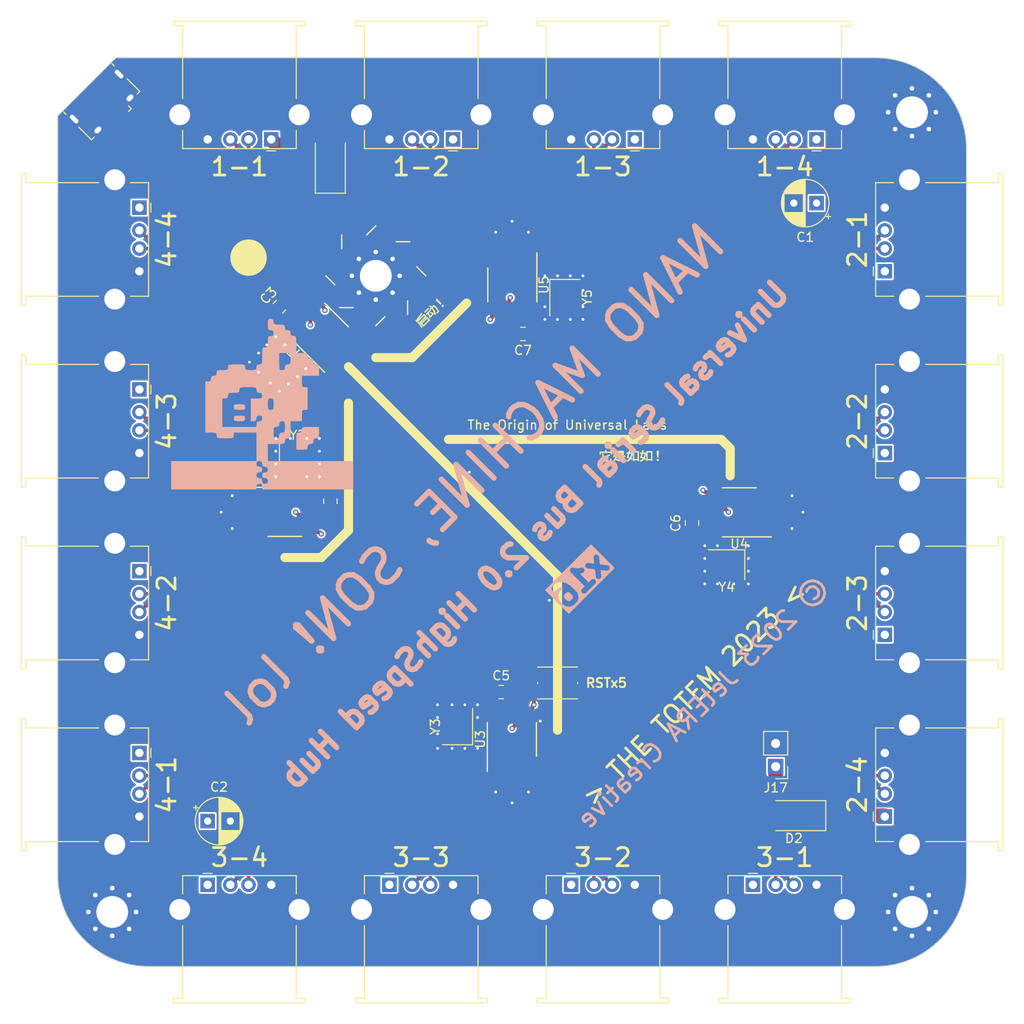
<source format=kicad_pcb>
(kicad_pcb (version 20221018) (generator pcbnew)
  (title_block (title "USB 2.0 HighSpeed x16 Hub") (date "2023-12-24") (rev "1.0") (company "JetERA Creative") (comment 1 "https://creativecommons.org/licenses/by-sa/4.0/legalcode.en") (comment 2 "Use of this PCB design is governed under the CC BY-SA 4.0 International license."))
  (layers (0 "F.Cu" signal) (1 "In1.Cu" signal) (2 "In2.Cu" signal) (31 "B.Cu" signal) (34 "B.Paste" user) (35 "F.Paste" user) (36 "B.SilkS" user "B.Silkscreen") (37 "F.SilkS" user "F.Silkscreen") (38 "B.Mask" user) (39 "F.Mask" user) (44 "Edge.Cuts" user))
  (net 0 "")
  (net 1 "+5V")
  (net 2 "GND")
  (net 3 "Net-(U1-3V3)")
  (net 4 "Net-(U2-3V3)")
  (net 5 "Net-(U3-3V3)")
  (net 6 "Net-(U4-3V3)")
  (net 7 "Net-(U5-3V3)")
  (net 8 "Net-(J1-D-)")
  (net 9 "Net-(J1-D+)")
  (net 10 "Net-(J2-D-)")
  (net 11 "Net-(J2-D+)")
  (net 12 "Net-(J3-D-)")
  (net 13 "Net-(J3-D+)")
  (net 14 "Net-(J4-D-)")
  (net 15 "Net-(J4-D+)")
  (net 16 "Net-(J6-D-)")
  (net 17 "Net-(J6-D+)")
  (net 18 "Net-(J7-D-)")
  (net 19 "Net-(J7-D+)")
  (net 20 "Net-(J8-D-)")
  (net 21 "Net-(J8-D+)")
  (net 22 "Net-(J9-D-)")
  (net 23 "Net-(J9-D+)")
  (net 24 "Net-(J10-D-)")
  (net 25 "Net-(J10-D+)")
  (net 26 "Net-(J11-D-)")
  (net 27 "Net-(J11-D+)")
  (net 28 "Net-(J12-D-)")
  (net 29 "Net-(J12-D+)")
  (net 30 "Net-(J13-D-)")
  (net 31 "Net-(J13-D+)")
  (net 32 "Net-(J14-D-)")
  (net 33 "Net-(J14-D+)")
  (net 34 "Net-(J15-D-)")
  (net 35 "Net-(J15-D+)")
  (net 36 "Net-(J16-D-)")
  (net 37 "Net-(J16-D+)")
  (net 38 "Net-(U1-XO)")
  (net 39 "Net-(U1-XI)")
  (net 40 "Net-(U2-XO)")
  (net 41 "Net-(U2-XI)")
  (net 42 "Net-(U3-XO)")
  (net 43 "Net-(U3-XI)")
  (net 44 "Net-(U4-XO)")
  (net 45 "Net-(U4-XI)")
  (net 46 "Net-(U5-XO)")
  (net 47 "Net-(U5-XI)")
  (net 48 "Net-(D1-A)")
  (net 49 "Net-(J5-D+)")
  (net 50 "Net-(J5-D-)")
  (net 51 "Net-(U1-D4-)")
  (net 52 "Net-(U1-D4+)")
  (net 53 "Net-(U1-D3-)")
  (net 54 "Net-(U1-D3+)")
  (net 55 "Net-(U1-D2-)")
  (net 56 "Net-(U1-D2+)")
  (net 57 "Net-(U1-D1-)")
  (net 58 "Net-(U1-D1+)")
  (net 59 "Net-(D2-A)")
  (net 60 "RST")
  (net 62 "Net-(J18-D+)")
  (net 63 "Net-(J18-D-)")
  (footprint "Capacitor_SMD:C_0805_2012Metric" (layer "F.Cu") (at 98.8 119.8 180)
    (fp_text reference "C5")
    (fp_text value "4.7uF")
  )
  (footprint "Capacitor_THT:CP_Radial_D5.0mm_P2.50mm" (layer "F.Cu") (at 66.5 134)
    (fp_text reference "C2")
    (fp_text value "270uF")
  )
  (footprint "Capacitor_SMD:C_0805_2012Metric" (layer "F.Cu") (at 74.4 77.4 -135)
    (fp_text reference "C3")
    (fp_text value "4.7uF")
  )
  (footprint "Capacitor_SMD:C_0805_2012Metric" (layer "F.Cu") (at 119.8 101.2 -90)
    (fp_text reference "C6")
    (fp_text value "4.7uF")
  )
  (footprint "Connector_USB:USB_A_Stewart_SS-52100-001_Horizontal" (layer "F.Cu") (at 126.5 141.01)
    (fp_text reference "J5" hide)
    (fp_text value "USB_A")
  )
  (footprint "Package_SO:QSOP-16_3.9x4.9mm_P0.635mm" (layer "F.Cu") (at 100 75 -90)
    (fp_text reference "U5")
    (fp_text value "CH334R")
  )
  (footprint "Connector_USB:USB_A_Stewart_SS-52100-001_Horizontal" (layer "F.Cu") (at 106.5 141.01)
    (fp_text reference "J6" hide)
    (fp_text value "USB_A")
  )
  (footprint "Crystal:Crystal_SMD_3225-4Pin_3.2x2.5mm" (layer "F.Cu") (at 123.6 105.8 180)
    (fp_text reference "Y4")
    (fp_text value "Crystal_GND24_Small")
  )
  (footprint "Connector_USB:USB_A_Stewart_SS-52100-001_Horizontal" (layer "F.Cu") (at 141.01 73.5 90)
    (fp_text reference "J9" hide)
    (fp_text value "USB_A")
  )
  (footprint "MountingHole:MountingHole_3.5mm_Pad_Via" (layer "F.Cu") (at 144 56)
    (fp_text reference "H1" hide)
    (fp_text value "MountingHole_Pad")
  )
  (footprint "Package_SO:QSOP-16_3.9x4.9mm_P0.635mm" (layer "F.Cu") (at 78.8 80.2 135)
    (fp_text reference "U1")
    (fp_text value "CH334R")
  )
  (footprint "Button_Switch_SMD:SW_Push_1P1T_NO_Vertical_Wuerth_434133025816" (layer "F.Cu") (at 105 118.8 180)
    (fp_text reference "SW1" hide)
    (fp_text value "SW_Push")
  )
  (footprint "Connector_USB:USB_A_Stewart_SS-52100-001_Horizontal" (layer "F.Cu") (at 58.99 106.5 -90)
    (fp_text reference "J2" hide)
    (fp_text value "USB_A")
  )
  (footprint "Connector_USB:USB_A_Stewart_SS-52100-001_Horizontal" (layer "F.Cu") (at 73.5 58.99 180)
    (fp_text reference "J13" hide)
    (fp_text value "USB_A")
  )
  (footprint "Connector_USB:USB_A_Stewart_SS-52100-001_Horizontal" (layer "F.Cu") (at 58.99 66.5 -90)
    (fp_text reference "J4" hide)
    (fp_text value "USB_A")
  )
  (footprint "Connector_USB:USB_A_Stewart_SS-52100-001_Horizontal" (layer "F.Cu") (at 58.99 126.5 -90)
    (fp_text reference "J1" hide)
    (fp_text value "USB_A")
  )
  (footprint "Connector_USB:USB_A_Stewart_SS-52100-001_Horizontal" (layer "F.Cu") (at 141.01 133.5 90)
    (fp_text reference "J12" hide)
    (fp_text value "USB_A")
  )
  (footprint "Connector_USB:USB_A_Stewart_SS-52100-001_Horizontal" (layer "F.Cu") (at 93.5 58.99 180)
    (fp_text reference "J14" hide)
    (fp_text value "USB_A")
  )
  (footprint "Crystal:Crystal_SMD_3225-4Pin_3.2x2.5mm" (layer "F.Cu") (at 105.8 76.4 -90)
    (fp_text reference "Y5")
    (fp_text value "Crystal_GND24_Small")
  )
  (footprint "MountingHole:MountingHole_3.5mm_Pad_Via" (layer "F.Cu") (at 56 144)
    (fp_text reference "H3" hide)
    (fp_text value "MountingHole_Pad")
  )
  (footprint "Capacitor_THT:CP_Radial_D5.0mm_P2.50mm" (layer "F.Cu") (at 133.5 66 180)
    (fp_text reference "C1")
    (fp_text value "270uF")
  )
  (footprint "MountingHole:MountingHole_3.5mm_Pad_Via" (layer "F.Cu") (at 144 144)
    (fp_text reference "H2" hide)
    (fp_text value "MountingHole_Pad")
  )
  (footprint "Connector_USB:USB_Micro-B_Amphenol_10118194_Horizontal" (layer "F.Cu") (at 55.2 55.2 -135)
    (fp_text reference "J18" hide)
    (fp_text value "USB_B_Micro")
  )
  (footprint "Connector_USB:USB_A_Stewart_SS-52100-001_Horizontal" (layer "F.Cu") (at 113.5 58.99 180)
    (fp_text reference "J15" hide)
    (fp_text value "USB_A")
  )
  (footprint "Connector_USB:USB_A_Stewart_SS-52100-001_Horizontal" (layer "F.Cu") (at 58.99 86.5 -90)
    (fp_text reference "J3" hide)
    (fp_text value "USB_A")
  )
  (footprint "Connector_USB:USB_A_Stewart_SS-52100-001_Horizontal" (layer "F.Cu") (at 141.01 93.5 90)
    (fp_text reference "J10" hide)
    (fp_text value "USB_A")
  )
  (footprint "MountingHole:MountingHole_3.5mm_Pad_Via" (layer "F.Cu") (at 85 74)
    (fp_text reference "H4" hide)
    (fp_text value "MountingHole_Pad")
  )
  (footprint "Connector_USB:USB_A_Stewart_SS-52100-001_Horizontal" (layer "F.Cu") (at 86.5 141.01)
    (fp_text reference "J7" hide)
    (fp_text value "USB_A")
  )
  (footprint "Capacitor_SMD:C_0805_2012Metric" (layer "F.Cu") (at 101.2 80.4)
    (fp_text reference "C7")
    (fp_text value "4.7uF")
  )
  (footprint "Package_SO:QSOP-16_3.9x4.9mm_P0.635mm" (layer "F.Cu") (at 125 100 180)
    (fp_text reference "U4")
    (fp_text value "CH334R")
  )
  (footprint "Package_SO:QSOP-16_3.9x4.9mm_P0.635mm" (layer "F.Cu") (at 75 100)
    (fp_text reference "U2")
    (fp_text value "CH334R")
  )
  (footprint "Crystal:Crystal_SMD_3225-4Pin_3.2x2.5mm" (layer "F.Cu") (at 76.4 94)
    (fp_text reference "Y2")
    (fp_text value "Crystal_GND24_Small")
  )
  (footprint "Connector_USB:USB_A_Stewart_SS-52100-001_Horizontal" (layer "F.Cu") (at 66.5 141.01)
    (fp_text reference "J8" hide)
    (fp_text value "USB_A")
  )
  (footprint "Connector_USB:USB_A_Stewart_SS-52100-001_Horizontal" (layer "F.Cu") (at 133.5 58.99 180)
    (fp_text reference "J16" hide)
    (fp_text value "USB_A")
  )
  (footprint "Crystal:Crystal_SMD_3225-4Pin_3.2x2.5mm" (layer "F.Cu") (at 94 123.6 90)
    (fp_text reference "Y3")
    (fp_text value "Crystal_GND24_Small")
  )
  (footprint "Diode_SMD:D_SMA" (layer "F.Cu") (at 80 61.4 90)
    (fp_text reference "D1" hide)
    (fp_text value "D_Schottky")
  )
  (footprint "Diode_SMD:D_SMA" (layer "F.Cu") (at 131 133.4 180)
    (fp_text reference "D2")
    (fp_text value "D_Schottky")
  )
  (footprint "Connector_USB:USB_A_Stewart_SS-52100-001_Horizontal" (layer "F.Cu") (at 141.01 113.5 90)
    (fp_text reference "J11" hide)
    (fp_text value "USB_A")
  )
  (footprint "Connector_PinHeader_2.54mm:PinHeader_1x02_P2.54mm_Vertical" (layer "F.Cu") (at 129 128 180)
    (fp_text reference "J17")
    (fp_text value "Conn_01x02")
  )
  (footprint "Package_SO:QSOP-16_3.9x4.9mm_P0.635mm" (layer "F.Cu") (at 100 125 90)
    (fp_text reference "U3")
    (fp_text value "CH334R")
  )
  (footprint "Capacitor_SMD:C_0805_2012Metric" (layer "F.Cu") (at 80 98.8 90)
    (fp_text reference "C4")
    (fp_text value "4.7uF")
  )
  (footprint "Crystal:Crystal_SMD_3225-4Pin_3.2x2.5mm" (layer "F.Cu") (at 74.2 83.8 135)
    (fp_text reference "Y1")
    (fp_text value "Crystal_GND24_Small")
  )
  (footprint "LOGO" (layer "B.Cu") (at 72.5 87.5 -90)
    (fp_text reference "G***" hide)
    (fp_text value "LOGO" hide)
  )
  (gr_line (start 79 105) (end 75 105) (stroke (width 1)) (layer "F.SilkS"))
  (gr_line (start 82 102) (end 79 105) (stroke (width 1)) (layer "F.SilkS"))
  (gr_line (start 85 79.5) (end 86 78.5) (stroke (width 0.15)) (layer "F.SilkS"))
  (gr_line (start 105 107) (end 105 124) (stroke (width 1)) (layer "F.SilkS"))
  (gr_line (start 88.5 76.75) (end 88.5 78.25) (stroke (width 0.15)) (layer "F.SilkS"))
  (gr_line (start 79.5 74) (end 80.5 75) (stroke (width 0.15)) (layer "F.SilkS"))
  (gr_line (start 123 92) (end 124 93) (stroke (width 1)) (layer "F.SilkS"))
  (gr_line (start 89 83) (end 95 77) (stroke (width 1)) (layer "F.SilkS"))
  (gr_line (start 71 72) (end 71 72) (stroke (width 4)) (layer "F.SilkS"))
  (gr_line (start 81 77.5) (end 82.5 77.5) (stroke (width 0.15)) (layer "F.SilkS"))
  (gr_line (start 82 84) (end 105 107) (stroke (width 1)) (layer "F.SilkS"))
  (gr_line (start 124 93) (end 124 96) (stroke (width 1)) (layer "F.SilkS"))
  (gr_line (start 87.25 70.25) (end 88.75 70.25) (stroke (width 0.15)) (layer "F.SilkS"))
  (gr_line (start 85 83) (end 89 83) (stroke (width 1)) (layer "F.SilkS"))
  (gr_line (start 81.25 71) (end 81.25 69.5) (stroke (width 0.15)) (layer "F.SilkS"))
  (gr_line (start 82 88) (end 82 102) (stroke (width 1)) (layer "F.SilkS"))
  (gr_line (start 93 92) (end 123 92) (stroke (width 1)) (layer "F.SilkS"))
  (gr_line (start 85 68.5) (end 84 69.5) (stroke (width 0.15)) (layer "F.SilkS"))
  (gr_line (start 90.5 74) (end 89.5 73) (stroke (width 0.15)) (layer "F.SilkS"))
  (gr_arc (start 140 50) (mid 147.071068 52.928932) (end 150 60) (stroke (width 0.1)) (layer "Edge.Cuts"))
  (gr_line (start 56.4 50) (end 50 56.4) (stroke (width 0.1)) (layer "Edge.Cuts"))
  (gr_line (start 150 60) (end 150 140) (stroke (width 0.1)) (layer "Edge.Cuts"))
  (gr_arc (start 150 140) (mid 147.071068 147.071068) (end 140 150) (stroke (width 0.1)) (layer "Edge.Cuts"))
  (gr_line (start 140 150) (end 60 150) (stroke (width 0.1)) (layer "Edge.Cuts"))
  (gr_line (start 50 140) (end 50 56.4) (stroke (width 0.1)) (layer "Edge.Cuts"))
  (gr_line (start 56.4 50) (end 140 50) (stroke (width 0.1)) (layer "Edge.Cuts"))
  (gr_arc (start 60 150) (mid 52.928932 147.071068) (end 50 140) (stroke (width 0.1)) (layer "Edge.Cuts"))
  (gr_text "© 2023 JetERA Creative" (at 121 121 45) (layer "B.SilkS") (effects (font (size 2 2) (thickness 0.3)) (justify mirror)))
  (gr_text "x16" (at 107.5 107.5 45) (layer "B.SilkS" knockout) (effects (font (size 2.5 2.5) (thickness 0.6)) (justify mirror)))
  (gr_text "NANO MACHINE, SON! lol" (at 97.5 97.5 45) (layer "B.SilkS") (effects (font (size 4 4) (thickness 0.6)) (justify bottom mirror)))
  (gr_text "Universal Serial Bus 2.0 HighSpeed Hub" (at 102.5 102.5 45) (layer "B.SilkS") (effects (font (size 2.5 2.5) (thickness 0.6)) (justify mirror)))
  (gr_text "3-1" (at 130 138) (layer "F.SilkS") (effects (font (size 2 2) (thickness 0.3))))
  (gr_text "2-3" (at 138 110 90) (layer "F.SilkS") (effects (font (size 2 2) (thickness 0.3))))
  (gr_text "2-2" (at 138 90 90) (layer "F.SilkS") (effects (font (size 2 2) (thickness 0.3))))
  (gr_text "它是如如！" (at 109.5 94.5) (layer "F.SilkS") (effects (font (size 1 1)) (justify left bottom)))
  (gr_text "1-2" (at 90 62) (layer "F.SilkS") (effects (font (size 2 2) (thickness 0.3))))
  (gr_text "1-1" (at 70 62) (layer "F.SilkS") (effects (font (size 2 2) (thickness 0.3))))
  (gr_text "4-2" (at 62 110 90) (layer "F.SilkS") (effects (font (size 2 2) (thickness 0.3))))
  (gr_text "4-1" (at 62 130 90) (layer "F.SilkS") (effects (font (size 2 2) (thickness 0.3))))
  (gr_text "3-2" (at 110 138) (layer "F.SilkS") (effects (font (size 2 2) (thickness 0.3))))
  (gr_text "4-3" (at 62 90 90) (layer "F.SilkS") (effects (font (size 2 2) (thickness 0.3))))
  (gr_text "1-4" (at 130 62) (layer "F.SilkS") (effects (font (size 2 2) (thickness 0.3))))
  (gr_text "4-4" (at 62 70 90) (layer "F.SilkS") (effects (font (size 2 2) (thickness 0.3))))
  (gr_text "The Origin of Universal Laws" (at 95 91) (layer "F.SilkS") (effects (font (size 1 1)) (justify left bottom)))
  (gr_text "3-4" (at 70 138) (layer "F.SilkS") (effects (font (size 2 2) (thickness 0.3))))
  (gr_text "RSTx5" (at 108 118.8) (layer "F.SilkS") (effects (font (size 1 1) (thickness 0.2)) (justify left)))
  (gr_text "1-3" (at 110 62) (layer "F.SilkS") (effects (font (size 2 2) (thickness 0.3))))
  (gr_text "> THE TOTEM 2023 <" (at 120 120 45) (layer "F.SilkS") (effects (font (size 2 2) (thickness 0.3))))
  (gr_text "2-1" (at 138 70 90) (layer "F.SilkS") (effects (font (size 2 2) (thickness 0.3))))
  (gr_text "3-3" (at 90 138) (layer "F.SilkS") (effects (font (size 2 2) (thickness 0.3))))
  (gr_text "2-4" (at 138 130 90) (layer "F.SilkS") (effects (font (size 2 2) (thickness 0.3))))
  (gr_text "启动！" (at 90 80 45) (layer "F.SilkS") (effects (font (size 1 1)) (justify left bottom)))
  (segment (start 77.809262 78.760249) (end 77.809262 79.390738) (width 0.4) (layer "F.Cu") (net 1))
  (segment (start 77.809262 79.390738) (end 77.8 79.4) (width 0.4) (layer "F.Cu") (net 1))
  (segment (start 140.91 133.4) (end 141.01 133.5) (width 1.6) (layer "F.Cu") (net 1))
  (segment (start 99.6825 76.5175) (end 99.8 76.4) (width 0.4) (layer "F.Cu") (net 1))
  (segment (start 100.3175 122.3457) (end 100.3175 123.4825) (width 0.4) (layer "F.Cu") (net 1))
  (segment (start 133 133.4) (end 140.91 133.4) (width 1.6) (layer "F.Cu") (net 1))
  (segment (start 122.3457 99.6825) (end 123.4825 99.6825) (width 0.4) (layer "F.Cu") (net 1))
  (segment (start 123.4825 99.6825) (end 123.8 100) (width 0.4) (layer "F.Cu") (net 1))
  (segment (start 77.6543 100.3175) (end 76.5175 100.3175) (width 0.4) (layer "F.Cu") (net 1))
  (segment (start 77.147633 78.09862) (end 77.809262 78.760249) (width 0.4) (layer "F.Cu") (net 1))
  (segment (start 80 63.4) (end 77.91 63.4) (width 1.6) (layer "F.Cu") (net 1))
  (segment (start 76.5175 100.3175) (end 76.2 100) (width 0.4) (layer "F.Cu") (net 1))
  (segment (start 99.6825 77.6543) (end 99.6825 76.5175) (width 0.4) (layer "F.Cu") (net 1))
  (segment (start 77.91 63.4) (end 73.5 58.99) (width 1.6) (layer "F.Cu") (net 1))
  (segment (start 100.3175 123.4825) (end 100 123.8) (width 0.4) (layer "F.Cu") (net 1))
  (via (at 76.2 100) (size 0.6) (drill 0.3) (layers "F.Cu" "B.Cu") (net 1))
  (via (at 100 123.8) (size 0.6) (drill 0.3) (layers "F.Cu" "B.Cu") (net 1))
  (via (at 123.8 100) (size 0.6) (drill 0.3) (layers "F.Cu" "B.Cu") (net 1))
  (via (at 99.8 76.4) (size 0.6) (drill 0.3) (layers "F.Cu" "B.Cu") (net 1))
  (via (at 77.8 79.4) (size 0.6) (drill 0.3) (layers "F.Cu" "B.Cu") (net 1))
  (via (at 107.8 74) (size 0.6) (drill 0.3) (layers "F.Cu" "B.Cu") (net 2))
  (via (at 72.1 84.6) (size 0.6) (drill 0.3) (layers "F.Cu" "B.Cu") (net 2))
  (via (at 78.8 93.3) (size 0.6) (drill 0.3) (layers "F.Cu" "B.Cu") (net 2))
  (via (at 75.4 85.9) (size 0.6) (drill 0.3) (layers "F.Cu" "B.Cu") (net 2))
  (via (at 74 93.3) (size 0.6) (drill 0.3) (layers "F.Cu" "B.Cu") (net 2))
  (via (at 73.4 85.8) (size 0.6) (drill 0.3) (layers "F.Cu" "B.Cu") (net 2))
  (via (at 126 107.9) (size 0.6) (drill 0.3) (layers "F.Cu" "B.Cu") (net 2))
  (via (at 91.8 124.4) (size 0.6) (drill 0.3) (layers "F.Cu" "B.Cu") (net 2))
  (via (at 98.2 130.8) (size 0.6) (drill 0.3) (layers "F.Cu" "B.Cu") (net 2))
  (via (at 126 106.5) (size 0.6) (drill 0.3) (layers "F.Cu" "B.Cu") (net 2))
  (via (at 103.6 78.8) (size 0.6) (drill 0.3) (layers "F.Cu" "B.Cu") (net 2))
  (via (at 91.8 122.6) (size 0.6) (drill 0.3) (layers "F.Cu" "B.Cu") (net 2))
  (via (at 107.8 75.6) (size 0.6) (drill 0.3) (layers "F.Cu" "B.Cu") (net 2))
  (via (at 71.1 83.5) (size 0.6) (drill 0.3) (layers "F.Cu" "B.Cu") (net 2))
  (via (at 107.8 78.8) (size 0.6) (drill 0.3) (layers "F.Cu" "B.Cu") (net 2))
  (via (at 100 68) (size 0.6) (drill 0.3) (layers "F.Cu" "B.Cu") (net 2))
  (via (at 100 132) (size 0.6) (drill 0.3) (layers "F.Cu" "B.Cu") (net 2))
  (via (at 95.3 95.6) (size 0.6) (drill 0.3) (layers "F.Cu" "B.Cu") (net 2))
  (via (at 124.4 107.9) (size 0.6) (drill 0.3) (layers "F.Cu" "B.Cu") (net 2))
  (via (at 78.8 91.9) (size 0.6) (drill 0.3) (layers "F.Cu" "B.Cu") (net 2))
  (via (at 130.8 101.8) (size 0.6) (drill 0.3) (layers "F.Cu" "B.Cu") (net 2))
  (via (at 75.6 91.9) (size 0.6) (drill 0.3) (layers "F.Cu" "B.Cu") (net 2))
  (via (at 122.6 107.9) (size 0.6) (drill 0.3) (layers "F.Cu" "B.Cu") (net 2))
  (via (at 74 80.7) (size 0.6) (drill 0.3) (layers "F.Cu" "B.Cu") (net 2))
  (via (at 98.2 69.2) (size 0.6) (drill 0.3) (layers "F.Cu" "B.Cu") (net 2))
  (via (at 104.1 109.7) (size 0.6) (drill 0.3) (layers "F.Cu" "B.Cu") (net 2))
  (via (at 96.2 121.2) (size 0.6) (drill 0.3) (layers "F.Cu" "B.Cu") (net 2))
  (via (at 94.8 126) (size 0.6) (drill 0.3) (layers "F.Cu" "B.Cu") (net 2))
  (via (at 74.4 86.7) (size 0.6) (drill 0.3) (layers "F.Cu" "B.Cu") (net 2))
  (via (at 107.8 77.4) (size 0.6) (drill 0.3) (layers "F.Cu" "B.Cu") (net 2))
  (via (at 132 100) (size 0.6) (drill 0.3) (layers "F.Cu" "B.Cu") (net 2))
  (via (at 73 81.6) (size 0.6) (drill 0.3) (layers "F.Cu" "B.Cu") (net 2))
  (via (at 69.2 101.8) (size 0.6) (drill 0.3) (layers "F.Cu" "B.Cu") (net 2))
  (via (at 94.8 121.2) (size 0.6) (drill 0.3) (layers "F.Cu" "B.Cu") (net 2))
  (via (at 101.8 130.8) (size 0.6) (drill 0.3) (layers "F.Cu" "B.Cu") (net 2))
  (via (at 68 100) (size 0.6) (drill 0.3) (layers "F.Cu" "B.Cu") (net 2))
  (via (at 122.6 103.7) (size 0.6) (drill 0.3) (layers "F.Cu" "B.Cu") (net 2))
  (via (at 106.4 74) (size 0.6) (drill 0.3) (layers "F.Cu" "B.Cu") (net 2))
  (via (at 77.3 84.2) (size 0.6) (drill 0.3) (layers "F.Cu" "B.Cu") (net 2))
  (via (at 105 78.8) (size 0.6) (drill 0.3) (layers "F.Cu" "B.Cu") (net 2))
  (via (at 103.1 123) (size 0.6) (drill 0.3) (layers "F.Cu" "B.Cu") (net 2))
  (via (at 126 105.1) (size 0.6) (drill 0.3) (layers "F.Cu" "B.Cu") (net 2))
  (via (at 126 103.7) (size 0.6) (drill 0.3) (layers "F.Cu" "B.Cu") (net 2))
  (via (at 77.4 96.1) (size 0.6) (drill 0.3) (layers "F.Cu" "B.Cu") (net 2))
  (via (at 69.2 98.2) (size 0.6) (drill 0.3) (layers "F.Cu" "B.Cu") (net 2))
  (via (at 74 91.9) (size 0.6) (drill 0.3) (layers "F.Cu" "B.Cu") (net 2))
  (via (at 91.8 121.2) (size 0.6) (drill 0.3) (layers "F.Cu" "B.Cu") (net 2))
  (via (at 77.4 91.9) (size 0.6) (drill 0.3) (layers "F.Cu" "B.Cu") (net 2))
  (via (at 103.6 77.4) (size 0.6) (drill 0.3) (layers "F.Cu" "B.Cu") (net 2))
  (via (at 76.4 85.1) (size 0.6) (drill 0.3) (layers "F.Cu" "B.Cu") (net 2))
  (via (at 96.2 126) (size 0.6) (drill 0.3) (layers "F.Cu" "B.Cu") (net 2))
  (via (at 103.6 74) (size 0.6) (drill 0.3) (layers "F.Cu" "B.Cu") (net 2))
  (via (at 101.8 69.2) (size 0.6) (drill 0.3) (layers "F.Cu" "B.Cu") (net 2))
  (via (at 121.2 103.7) (size 0.6) (drill 0.3) (layers "F.Cu" "B.Cu") (net 2))
  (via (at 106.4 78.8) (size 0.6) (drill 0.3) (layers "F.Cu" "B.Cu") (net 2))
  (via (at 78.8 94.7) (size 0.6) (drill 0.3) (layers "F.Cu" "B.Cu") (net 2))
  (via (at 93.4 126) (size 0.6) (drill 0.3) (layers "F.Cu" "B.Cu") (net 2))
  (via (at 121.2 107.9) (size 0.6) (drill 0.3) (layers "F.Cu" "B.Cu") (net 2))
  (via (at 78.8 96.1) (size 0.6) (drill 0.3) (layers "F.Cu" "B.Cu") (net 2))
  (via (at 75 81.6) (size 0.6) (drill 0.3) (layers "F.Cu" "B.Cu") (net 2))
  (via (at 72.1 82.5) (size 0.6) (drill 0.3) (layers "F.Cu" "B.Cu") (net 2))
  (via (at 93.4 121.2) (size 0.6) (drill 0.3) (layers "F.Cu" "B.Cu") (net 2))
  (via (at 74 96.1) (size 0.6) (drill 0.3) (layers "F.Cu" "B.Cu") (net 2))
  (via (at 105 74) (size 0.6) (drill 0.3) (layers "F.Cu" "B.Cu") (net 2))
  (via (at 130.8 98.2) (size 0.6) (drill 0.3) (layers "F.Cu" "B.Cu") (net 2))
  (via (at 74 94.7) (size 0.6) (drill 0.3) (layers "F.Cu" "B.Cu") (net 2))
  (via (at 121.2 106.5) (size 0.6) (drill 0.3) (layers "F.Cu" "B.Cu") (net 2))
  (via (at 91.8 126) (size 0.6) (drill 0.3) (layers "F.Cu" "B.Cu") (net 2))
  (via (at 96.2 122.6) (size 0.6) (drill 0.3) (layers "F.Cu" "B.Cu") (net 2))
  (via (at 121.2 105.1) (size 0.6) (drill 0.3) (layers "F.Cu" "B.Cu") (net 2))
  (segment (start 75.071751 76.728249) (end 75.071751 76.920764) (width 0.4) (layer "F.Cu") (net 3))
  (segment (start 75.071751 76.920764) (end 76.69862 78.547633) (width 0.4) (layer "F.Cu") (net 3))
  (segment (start 79.9325 99.6825) (end 80 99.75) (width 0.4) (layer "F.Cu") (net 4))
  (segment (start 77.6543 99.6825) (end 79.9325 99.6825) (width 0.4) (layer "F.Cu") (net 4))
  (segment (start 99.6825 119.8675) (end 99.75 119.8) (width 0.4) (layer "F.Cu") (net 5))
  (segment (start 99.6825 122.3457) (end 99.6825 119.8675) (width 0.4) (layer "F.Cu") (net 5))
  (segment (start 119.8675 100.3175) (end 119.8 100.25) (width 0.4) (layer "F.Cu") (net 6))
  (segment (start 122.3457 100.3175) (end 119.8675 100.3175) (width 0.4) (layer "F.Cu") (net 6))
  (segment (start 100.3175 80.3325) (end 100.25 80.4) (width 0.4) (layer "F.Cu") (net 7))
  (segment (start 100.3175 77.6543) (end 100.3175 80.3325) (width 0.4) (layer "F.Cu") (net 7))
  (segment (start 58.99 129) (end 60.141472 129) (width 0.4) (layer "F.Cu") (net 8))
  (segment (start 70.4125 101.5875) (end 72.3457 101.5875) (width 0.4) (layer "F.Cu") (net 8))
  (segment (start 68 121.141472) (end 68 104) (width 0.4) (layer "F.Cu") (net 8))
  (segment (start 60.141472 129) (end 68 121.141472) (width 0.4) (layer "F.Cu") (net 8))
  (segment (start 68 104) (end 70.4125 101.5875) (width 0.4) (layer "F.Cu") (net 8))
  (segment (start 68.6 121.39) (end 58.99 131) (width 0.4) (layer "F.Cu") (net 9))
  (segment (start 72.3457 102.2225) (end 70.626028 102.2225) (width 0.4) (layer "F.Cu") (net 9))
  (segment (start 68.6 104.248528) (end 68.6 121.39) (width 0.4) (layer "F.Cu") (net 9))
  (segment (start 70.626028 102.2225) (end 68.6 104.248528) (width 0.4) (layer "F.Cu") (net 9))
  (segment (start 60.141472 109) (end 68.823972 100.3175) (width 0.4) (layer "F.Cu") (net 10))
  (segment (start 68.823972 100.3175) (end 72.3457 100.3175) (width 0.4) (layer "F.Cu") (net 10))
  (segment (start 58.99 109) (end 60.141472 109) (width 0.4) (layer "F.Cu") (net 10))
  (segment (start 69.0375 100.9525) (end 72.3457 100.9525) (width 0.4) (layer "F.Cu") (net 11))
  (segment (start 58.99 111) (end 69.0375 100.9525) (width 0.4) (layer "F.Cu") (net 11))
  (segment (start 69.0375 99.0475) (end 58.99 89) (width 0.4) (layer "F.Cu") (net 12))
  (segment (start 72.3457 99.0475) (end 69.0375 99.0475) (width 0.4) (layer "F.Cu") (net 12))
  (segment (start 60.141472 91) (end 68.823972 99.6825) (width 0.4) (layer "F.Cu") (net 13))
  (segment (start 58.99 91) (end 60.141472 91) (width 0.4) (layer "F.Cu") (net 13))
  (segment (start 68.823972 99.6825) (end 72.3457 99.6825) (width 0.4) (layer "F.Cu") (net 13))
  (segment (start 70.626028 97.7775) (end 68.6 95.751472) (width 0.4) (layer "F.Cu") (net 14))
  (segment (start 68.6 78.61) (end 58.99 69) (width 0.4) (layer "F.Cu") (net 14))
  (segment (start 68.6 95.751472) (end 68.6 78.61) (width 0.4) (layer "F.Cu") (net 14))
  (segment (start 72.3457 97.7775) (end 70.626028 97.7775) (width 0.4) (layer "F.Cu") (net 14))
  (segment (start 58.99 71) (end 60.141472 71) (width 0.4) (layer "F.Cu") (net 15))
  (segment (start 70.4125 98.4125) (end 72.3457 98.4125) (width 0.4) (layer "F.Cu") (net 15))
  (segment (start 68 78.858528) (end 68 96) (width 0.4) (layer "F.Cu") (net 15))
  (segment (start 68 96) (end 70.4125 98.4125) (width 0.4) (layer "F.Cu") (net 15))
  (segment (start 60.141472 71) (end 68 78.858528) (width 0.4) (layer "F.Cu") (net 15))
  (segment (start 109 139.858528) (end 109 141.01) (width 0.4) (layer "F.Cu") (net 16))
  (segment (start 100.3175 131.176028) (end 109 139.858528) (width 0.4) (layer "F.Cu") (net 16))
  (segment (start 100.3175 127.6543) (end 100.3175 131.176028) (width 0.4) (layer "F.Cu") (net 16))
  (segment (start 100.9525 127.6543) (end 100.9525 130.9625) (width 0.4) (layer "F.Cu") (net 17))
  (segment (start 100.9525 130.9625) (end 111 141.01) (width 0.4) (layer "F.Cu") (net 17))
  (segment (start 99.0475 127.6543) (end 99.0475 130.9625) (width 0.4) (layer "F.Cu") (net 18))
  (segment (start 99.0475 130.9625) (end 89 141.01) (width 0.4) (layer "F.Cu") (net 18))
  (segment (start 91 141.01) (end 91 139.858528) (width 0.4) (layer "F.Cu") (net 19))
  (segment (start 91 139.858528) (end 99.6825 131.176028) (width 0.4) (layer "F.Cu") (net 19))
  (segment (start 99.6825 131.176028) (end 99.6825 127.6543) (width 0.4) (layer "F.Cu") (net 19))
  (segment (start 69 141.01) (end 78.61 131.4) (width 0.4) (layer "F.Cu") (net 20))
  (segment (start 95.751472 131.4) (end 97.7775 129.373972) (width 0.4) (layer "F.Cu") (net 20))
  (segment (start 78.61 131.4) (end 95.751472 131.4) (width 0.4) (layer "F.Cu") (net 20))
  (segment (start 97.7775 129.373972) (end 97.7775 127.6543) (width 0.4) (layer "F.Cu") (net 20))
  (segment (start 98.4125 129.5875) (end 98.4125 127.6543) (width 0.4) (layer "F.Cu") (net 21))
  (segment (start 71 139.858528) (end 78.858528 132) (width 0.4) (layer "F.Cu") (net 21))
  (segment (start 71 141.01) (end 71 139.858528) (width 0.4) (layer "F.Cu") (net 21))
  (segment (start 78.858528 132) (end 96 132) (width 0.4) (layer "F.Cu") (net 21))
  (segment (start 96 132) (end 98.4125 129.5875) (width 0.4) (layer "F.Cu") (net 21))
  (segment (start 139.858528 71) (end 141.01 71) (width 0.4) (layer "F.Cu") (net 22))
  (segment (start 132 96) (end 132 78.858528) (width 0.4) (layer "F.Cu") (net 22))
  (segment (start 129.5875 98.4125) (end 132 96) (width 0.4) (layer "F.Cu") (net 22))
  (segment (start 132 78.858528) (end 139.858528 71) (width 0.4) (layer "F.Cu") (net 22))
  (segment (start 127.6543 98.4125) (end 129.5875 98.4125) (width 0.4) (layer "F.Cu") (net 22))
  (segment (start 131.4 95.751472) (end 131.4 78.61) (width 0.4) (layer "F.Cu") (net 23))
  (segment (start 127.6543 97.7775) (end 129.373972 97.7775) (width 0.4) (layer "F.Cu") (net 23))
  (segment (start 131.4 78.61) (end 141.01 69) (width 0.4) (layer "F.Cu") (net 23))
  (segment (start 129.373972 97.7775) (end 131.4 95.751472) (width 0.4) (layer "F.Cu") (net 23))
  (segment (start 127.6543 99.6825) (end 131.176028 99.6825) (width 0.4) (layer "F.Cu") (net 24))
  (segment (start 131.176028 99.6825) (end 139.858528 91) (width 0.4) (layer "F.Cu") (net 24))
  (segment (start 139.858528 91) (end 141.01 91) (width 0.4) (layer "F.Cu") (net 24))
  (segment (start 130.9625 99.0475) (end 141.01 89) (width 0.4) (layer "F.Cu") (net 25))
  (segment (start 127.6543 99.0475) (end 130.9625 99.0475) (width 0.4) (layer "F.Cu") (net 25))
  (segment (start 127.6543 100.9525) (end 130.9625 100.9525) (width 0.4) (layer "F.Cu") (net 26))
  (segment (start 130.9625 100.9525) (end 141.01 111) (width 0.4) (layer "F.Cu") (net 26))
  (segment (start 139.858528 109) (end 141.01 109) (width 0.4) (layer "F.Cu") (net 27))
  (segment (start 127.6543 100.3175) (end 131.176028 100.3175) (width 0.4) (layer "F.Cu") (net 27))
  (segment (start 131.176028 100.3175) (end 139.858528 109) (width 0.4) (layer "F.Cu") (net 27))
  (segment (start 127.6543 102.2225) (end 129.373972 102.2225) (width 0.4) (layer "F.Cu") (net 28))
  (segment (start 131.4 121.39) (end 141.01 131) (width 0.4) (layer "F.Cu") (net 28))
  (segment (start 129.373972 102.2225) (end 131.4 104.248528) (width 0.4) (layer "F.Cu") (net 28))
  (segment (start 131.4 104.248528) (end 131.4 121.39) (width 0.4) (layer "F.Cu") (net 28))
  (segment (start 132 104) (end 132 121.141472) (width 0.4) (layer "F.Cu") (net 29))
  (segment (start 139.858528 129) (end 141.01 129) (width 0.4) (layer "F.Cu") (net 29))
  (segment (start 127.6543 101.5875) (end 129.5875 101.5875) (width 0.4) (layer "F.Cu") (net 29))
  (segment (start 129.5875 101.5875) (end 132 104) (width 0.4) (layer "F.Cu") (net 29))
  (segment (start 132 121.141472) (end 139.858528 129) (width 0.4) (layer "F.Cu") (net 29))
  (segment (start 98.4125 70.4125) (end 96 68) (width 0.4) (layer "F.Cu") (net 30))
  (segment (start 98.4125 72.3457) (end 98.4125 70.4125) (width 0.4) (layer "F.Cu") (net 30))
  (segment (start 78.858528 68) (end 71 60.141472) (width 0.4) (layer "F.Cu") (net 30))
  (segment (start 71 60.141472) (end 71 58.99) (width 0.4) (layer "F.Cu") (net 30))
  (segment (start 96 68) (end 78.858528 68) (width 0.4) (layer "F.Cu") (net 30))
  (segment (start 97.7775 70.626028) (end 95.751472 68.6) (width 0.4) (layer "F.Cu") (net 31))
  (segment (start 78.61 68.6) (end 69 58.99) (width 0.4) (layer "F.Cu") (net 31))
  (segment (start 95.751472 68.6) (end 78.61 68.6) (width 0.4) (layer "F.Cu") (net 31))
  (segment (start 97.7775 72.3457) (end 97.7775 70.626028) (width 0.4) (layer "F.Cu") (net 31))
  (segment (start 99.6825 68.823972) (end 91 60.141472) (width 0.4) (layer "F.Cu") (net 32))
  (segment (start 99.6825 72.3457) (end 99.6825 68.823972) (width 0.4) (layer "F.Cu") (net 32))
  (segment (start 91 60.141472) (end 91 58.99) (width 0.4) (layer "F.Cu") (net 32))
  (segment (start 99.0475 72.3457) (end 99.0475 69.0375) (width 0.4) (layer "F.Cu") (net 33))
  (segment (start 99.0475 69.0375) (end 89 58.99) (width 0.4) (layer "F.Cu") (net 33))
  (segment (start 100.9525 69.0375) (end 111 58.99) (width 0.4) (layer "F.Cu") (net 34))
  (segment (start 100.9525 72.3457) (end 100.9525 69.0375) (width 0.4) (layer "F.Cu") (net 34))
  (segment (start 100.3175 68.823972) (end 109 60.141472) (width 0.4) (layer "F.Cu") (net 35))
  (segment (start 109 60.141472) (end 109 58.99) (width 0.4) (layer "F.Cu") (net 35))
  (segment (start 100.3175 72.3457) (end 100.3175 68.823972) (width 0.4) (layer "F.Cu") (net 35))
  (segment (start 102.2225 72.3457) (end 102.2225 70.626028) (width 0.4) (layer "F.Cu") (net 36))
  (segment (start 102.2225 70.626028) (end 104.248528 68.6) (width 0.4) (layer "F.Cu") (net 36))
  (segment (start 104.248528 68.6) (end 121.39 68.6) (width 0.4) (layer "F.Cu") (net 36))
  (segment (start 121.39 68.6) (end 131 58.99) (width 0.4) (layer "F.Cu") (net 36))
  (segment (start 121.141472 68) (end 129 60.141472) (width 0.4) (layer "F.Cu") (net 37))
  (segment (start 101.5875 72.3457) (end 101.5875 70.4125) (width 0.4) (layer "F.Cu") (net 37))
  (segment (start 101.5875 70.4125) (end 104 68) (width 0.4) (layer "F.Cu") (net 37))
  (segment (start 129 60.141472) (end 129 58.99) (width 0.4) (layer "F.Cu") (net 37))
  (segment (start 104 68) (end 121.141472 68) (width 0.4) (layer "F.Cu") (net 37))
  (segment (start 75.578858 83.976777) (end 76.462224 83.093411) (width 0.4) (layer "F.Cu") (net 38))
  (segment (start 76.462224 83.093411) (end 76.462224 80.107288) (width 0.4) (layer "F.Cu") (net 38))
  (segment (start 76.462224 80.107288) (end 75.800594 79.445658) (width 0.4) (layer "F.Cu") (net 38))
  (segment (start 72.821142 83.623223) (end 72.997919 83.8) (width 0.4) (layer "F.Cu") (net 39))
  (segment (start 74.200001 83.8) (end 75.862224 82.137777) (width 0.4) (layer "F.Cu") (net 39))
  (segment (start 75.862224 80.405313) (end 75.351582 79.894671) (width 0.4) (layer "F.Cu") (net 39))
  (segment (start 75.862224 82.137777) (end 75.862224 80.405313) (width 0.4) (layer "F.Cu") (net 39))
  (segment (start 72.997919 83.8) (end 74.200001 83.8) (width 0.4) (layer "F.Cu") (net 39))
  (segment (start 75.8 97.493886) (end 75.8 95.35) (width 0.4) (layer "F.Cu") (net 40))
  (segment (start 75.8 95.35) (end 75.3 94.85) (width 0.4) (layer "F.Cu") (net 40))
  (segment (start 76.718614 98.4125) (end 75.8 97.493886) (width 0.4) (layer "F.Cu") (net 40))
  (segment (start 77.6543 98.4125) (end 76.718614 98.4125) (width 0.4) (layer "F.Cu") (net 40))
  (segment (start 77.6543 97.7775) (end 76.932142 97.7775) (width 0.4) (layer "F.Cu") (net 41))
  (segment (start 76.4 94) (end 77.25 93.15) (width 0.4) (layer "F.Cu") (net 41))
  (segment (start 76.4 97.245358) (end 76.4 94) (width 0.4) (layer "F.Cu") (net 41))
  (segment (start 77.25 93.15) (end 77.5 93.15) (width 0.4) (layer "F.Cu") (net 41))
  (segment (start 76.932142 97.7775) (end 76.4 97.245358) (width 0.4) (layer "F.Cu") (net 41))
  (segment (start 95.35 124.2) (end 94.85 124.7) (width 0.4) (layer "F.Cu") (net 42))
  (segment (start 97.493886 124.2) (end 95.35 124.2) (width 0.4) (layer "F.Cu") (net 42))
  (segment (start 98.4125 122.3457) (end 98.4125 123.281386) (width 0.4) (layer "F.Cu") (net 42))
  (segment (start 98.4125 123.281386) (end 97.493886 124.2) (width 0.4) (layer "F.Cu") (net 42))
  (segment (start 97.7775 122.3457) (end 97.7775 123.067858) (width 0.4) (layer "F.Cu") (net 43))
  (segment (start 97.245358 123.6) (end 94 123.6) (width 0.4) (layer "F.Cu") (net 43))
  (segment (start 94 123.6) (end 93.15 122.75) (width 0.4) (layer "F.Cu") (net 43))
  (segment (start 97.7775 123.067858) (end 97.245358 123.6) (width 0.4) (layer "F.Cu") (net 43))
  (segment (start 93.15 122.75) (end 93.15 122.5) (width 0.4) (layer "F.Cu") (net 43))
  (segment (start 123.281386 101.5875) (end 124.2 102.506114) (width 0.4) (layer "F.Cu") (net 44))
  (segment (start 122.3457 101.5875) (end 123.281386 101.5875) (width 0.4) (layer "F.Cu") (net 44))
  (segment (start 124.2 104.45) (end 124.7 104.95) (width 0.4) (layer "F.Cu") (net 44))
  (segment (start 124.2 102.506114) (end 124.2 104.45) (width 0.4) (layer "F.Cu") (net 44))
  (segment (start 123.2 106.65) (end 123.6 106.25) (width 0.4) (layer "F.Cu") (net 45))
  (segment (start 122.5 106.65) (end 123.2 106.65) (width 0.4) (layer "F.Cu") (net 45))
  (segment (start 123.6 102.754642) (end 123.067858 102.2225) (width 0.4) (layer "F.Cu") (net 45))
  (segment (start 123.067858 102.2225) (end 122.3457 102.2225) (width 0.4) (layer "F.Cu") (net 45))
  (segment (start 123.6 106.25) (end 123.6 102.754642) (width 0.4) (layer "F.Cu") (net 45))
  (segment (start 102.506114 75.8) (end 104.45 75.8) (width 0.4) (layer "F.Cu") (net 46))
  (segment (start 101.5875 76.718614) (end 102.506114 75.8) (width 0.4) (layer "F.Cu") (net 46))
  (segment (start 101.5875 77.6543) (end 101.5875 76.718614) (width 0.4) (layer "F.Cu") (net 46))
  (segment (start 104.45 75.8) (end 104.95 75.3) (width 0.4) (layer "F.Cu") (net 46))
  (segment (start 106.65 77.25) (end 106.65 77.5) (width 0.4) (layer "F.Cu") (net 47))
  (segment (start 102.754642 76.4) (end 105.8 76.4) (width 0.4) (layer "F.Cu") (net 47))
  (segment (start 102.2225 77.6543) (end 102.2225 76.932142) (width 0.4) (layer "F.Cu") (net 47))
  (segment (start 102.2225 76.932142) (end 102.754642 76.4) (width 0.4) (layer "F.Cu") (net 47))
  (segment (start 105.8 76.4) (end 106.65 77.25) (width 0.4) (layer "F.Cu") (net 47))
  (segment (start 57.109188 55.270711) (end 57.638477 55.8) (width 0.4) (layer "F.Cu") (net 48))
  (segment (start 58 55.8) (end 60.4 53.4) (width 0.4) (layer "F.Cu") (net 48))
  (segment (start 78 53.4) (end 80 55.4) (width 0.4) (layer "F.Cu") (net 48))
  (segment (start 80 55.4) (end 80 59.4) (width 0.4) (layer "F.Cu") (net 48))
  (segment (start 57.638477 55.8) (end 58 55.8) (width 0.4) (layer "F.Cu") (net 48))
  (segment (start 60.4 53.4) (end 78 53.4) (width 0.4) (layer "F.Cu") (net 48))
  (segment (start 121.39 131.4) (end 131 141.01) (width 0.4) (layer "F.Cu") (net 49))
  (segment (start 102.2225 127.6543) (end 102.2225 129.373972) (width 0.4) (layer "F.Cu") (net 49))
  (segment (start 102.2225 129.373972) (end 104.248528 131.4) (width 0.4) (layer "F.Cu") (net 49))
  (segment (start 104.248528 131.4) (end 121.39 131.4) (width 0.4) (layer "F.Cu") (net 49))
  (segment (start 121.141472 132) (end 129 139.858528) (width 0.4) (layer "F.Cu") (net 50))
  (segment (start 101.5875 127.6543) (end 101.5875 129.5875) (width 0.4) (layer "F.Cu") (net 50))
  (segment (start 101.5875 129.5875) (end 104 132) (width 0.4) (layer "F.Cu") (net 50))
  (segment (start 104 132) (end 121.141472 132) (width 0.4) (layer "F.Cu") (net 50))
  (segment (start 129 139.858528) (end 129 141.01) (width 0.4) (layer "F.Cu") (net 50))
  (segment (start 83.2 87.743089) (end 79.105329 83.648418) (width 0.4) (layer "F.Cu") (net 51))
  (segment (start 83.2 102.351472) (end 83.2 87.743089) (width 0.4) (layer "F.Cu") (net 51))
  (segment (start 81.151472 104.4) (end 83.2 102.351472) (width 0.4) (layer "F.Cu") (net 51))
  (segment (start 77.6543 101.5875) (end 76.718614 101.5875) (width 0.4) (layer "F.Cu") (net 51))
  (segment (start 76.718614 101.5875) (end 76.4 101.906114) (width 0.4) (layer "F.Cu") (net 51))
  (segment (start 76.848528 104.4) (end 81.151472 104.4) (width 0.4) (layer "F.Cu") (net 51))
  (segment (start 76.4 103.951472) (end 76.848528 104.4) (width 0.4) (layer "F.Cu") (net 51))
  (segment (start 76.4 101.906114) (end 76.4 103.951472) (width 0.4) (layer "F.Cu") (net 51))
  (segment (start 75.8 101.657586) (end 75.8 104.2) (width 0.4) (layer "F.Cu") (net 52))
  (segment (start 83.8 102.6) (end 83.8 87.445064) (width 0.4) (layer "F.Cu") (net 52))
  (segment (start 81.4 105) (end 83.8 102.6) (width 0.4) (layer "F.Cu") (net 52))
  (segment (start 76.505086 100.9525) (end 75.8 101.657586) (width 0.4) (layer "F.Cu") (net 52))
  (segment (start 75.8 104.2) (end 76.6 105) (width 0.4) (layer "F.Cu") (net 52))
  (segment (start 76.6 105) (end 81.4 105) (width 0.4) (layer "F.Cu") (net 52))
  (segment (start 77.6543 100.9525) (end 76.505086 100.9525) (width 0.4) (layer "F.Cu") (net 52))
  (segment (start 83.8 87.445064) (end 79.554342 83.199406) (width 0.4) (layer "F.Cu") (net 52))
  (segment (start 102.106114 123.8) (end 104.551472 123.8) (width 0.4) (layer "F.Cu") (net 53))
  (segment (start 101.5875 122.3457) (end 101.5875 123.281386) (width 0.4) (layer "F.Cu") (net 53))
  (segment (start 105.2 107.947039) (end 80.003354 82.750393) (width 0.4) (layer "F.Cu") (net 53))
  (segment (start 104.551472 123.8) (end 105.2 123.151472) (width 0.4) (layer "F.Cu") (net 53))
  (segment (start 101.5875 123.281386) (end 102.106114 123.8) (width 0.4) (layer "F.Cu") (net 53))
  (segment (start 105.2 123.151472) (end 105.2 107.947039) (width 0.4) (layer "F.Cu") (net 53))
  (segment (start 100.9525 122.3457) (end 100.9525 123.494914) (width 0.4) (layer "F.Cu") (net 54))
  (segment (start 100.9525 123.494914) (end 101.857586 124.4) (width 0.4) (layer "F.Cu") (net 54))
  (segment (start 101.857586 124.4) (end 104.8 124.4) (width 0.4) (layer "F.Cu") (net 54))
  (segment (start 105.8 107.649013) (end 80.452367 82.30138) (width 0.4) (layer "F.Cu") (net 54))
  (segment (start 105.8 123.4) (end 105.8 107.649013) (width 0.4) (layer "F.Cu") (net 54))
  (segment (start 104.8 124.4) (end 105.8 123.4) (width 0.4) (layer "F.Cu") (net 54))
  (segment (start 123.281386 98.4125) (end 123.8 97.893886) (width 0.4) (layer "F.Cu") (net 55))
  (segment (start 123.8 93.248528) (end 123.151472 92.6) (width 0.4) (layer "F.Cu") (net 55))
  (segment (start 91.649013 92.6) (end 80.90138 81.852367) (width 0.4) (layer "F.Cu") (net 55))
  (segment (start 123.151472 92.6) (end 91.649013 92.6) (width 0.4) (layer "F.Cu") (net 55))
  (segment (start 123.8 97.893886) (end 123.8 93.248528) (width 0.4) (layer "F.Cu") (net 55))
  (segment (start 122.3457 98.4125) (end 123.281386 98.4125) (width 0.4) (layer "F.Cu") (net 55))
  (segment (start 122.3457 99.0475) (end 123.494914 99.0475) (width 0.4) (layer "F.Cu") (net 56))
  (segment (start 124.4 93) (end 123.4 92) (width 0.4) (layer "F.Cu") (net 56))
  (segment (start 91.947039 92) (end 81.350393 81.403354) (width 0.4) (layer "F.Cu") (net 56))
  (segment (start 124.4 98.142414) (end 124.4 93) (width 0.4) (layer "F.Cu") (net 56))
  (segment (start 123.4 92) (end 91.947039 92) (width 0.4) (layer "F.Cu") (net 56))
  (segment (start 123.494914 99.0475) (end 124.4 98.142414) (width 0.4) (layer "F.Cu") (net 56))
  (segment (start 98.4125 76.718614) (end 97.893886 76.2) (width 0.4) (layer "F.Cu") (net 57))
  (segment (start 82.461035 81.615971) (end 81.799406 80.954342) (width 0.4) (layer "F.Cu") (net 57))
  (segment (start 95.124264 76.2) (end 89.708293 81.615971) (width 0.4) (layer "F.Cu") (net 57))
  (segment (start 89.708293 81.615971) (end 82.461035 81.615971) (width 0.4) (layer "F.Cu") (net 57))
  (segment (start 98.4125 77.6543) (end 98.4125 76.718614) (width 0.4) (layer "F.Cu") (net 57))
  (segment (start 97.893886 76.2) (end 95.124264 76.2) (width 0.4) (layer "F.Cu") (net 57))
  (segment (start 99.0475 76.505086) (end 98.142414 75.6) (width 0.4) (layer "F.Cu") (net 58))
  (segment (start 98.142414 75.6) (end 94.875736 75.6) (width 0.4) (layer "F.Cu") (net 58))
  (segment (start 99.0475 77.6543) (end 99.0475 76.505086) (width 0.4) (layer "F.Cu") (net 58))
  (segment (start 94.875736 75.6) (end 89.459765 81.015971) (width 0.4) (layer "F.Cu") (net 58))
  (segment (start 82.75906 81.015971) (end 82.248418 80.505329) (width 0.4) (layer "F.Cu") (net 58))
  (segment (start 89.459765 81.015971) (end 82.75906 81.015971) (width 0.4) (layer "F.Cu") (net 58))
  (segment (start 129 128) (end 129 133.4) (width 1.6) (layer "F.Cu") (net 59))
  (segment (start 102.2225 122.3457) (end 102.2225 121.3775) (width 0.4) (layer "F.Cu") (net 60))
  (segment (start 77.6543 102.2225) (end 78.8225 102.2225) (width 0.4) (layer "F.Cu") (net 60))
  (segment (start 102.4 120.4) (end 102.925 119.875) (width 0.4) (layer "F.Cu") (net 60))
  (segment (start 102.2225 121.3775) (end 102.4 121.2) (width 0.4) (layer "F.Cu") (net 60))
  (segment (start 121.1775 97.7775) (end 121 97.6) (width 0.4) (layer "F.Cu") (net 60))
  (segment (start 79.4 77.656911) (end 79.4 77.8) (width 0.4) (layer "F.Cu") (net 60))
  (segment (start 97.7775 78.6225) (end 97.6 78.8) (width 0.4) (layer "F.Cu") (net 60))
  (segment (start 78.8225 102.2225) (end 79 102.4) (width 0.4) (layer "F.Cu") (net 60))
  (segment (start 102.4 121.2) (end 102.4 120.4) (width 0.4) (layer "F.Cu") (net 60))
  (segment (start 97.7775 77.6543) (end 97.7775 78.6225) (width 0.4) (layer "F.Cu") (net 60))
  (segment (start 78.494671 76.751582) (end 79.4 77.656911) (width 0.4) (layer "F.Cu") (net 60))
  (segment (start 122.3457 97.7775) (end 121.1775 97.7775) (width 0.4) (layer "F.Cu") (net 60))
  (via (at 121 97.6) (size 0.6) (drill 0.3) (layers "F.Cu" "B.Cu") (net 60))
  (via (at 79.4 77.8) (size 0.6) (drill 0.3) (layers "F.Cu" "B.Cu") (net 60))
  (via (at 79 102.4) (size 0.6) (drill 0.3) (layers "F.Cu" "B.Cu") (net 60))
  (via (at 102.4 121.2) (size 0.6) (drill 0.3) (layers "F.Cu" "B.Cu") (net 60))
  (via (at 97.6 78.8) (size 0.6) (drill 0.3) (layers "F.Cu" "B.Cu") (net 60))
  (segment (start 56.189949 56.24291) (end 56.189949 56.189949) (width 0.4) (layer "F.Cu") (net 62))
  (segment (start 77.596646 77.649607) (end 56.189949 56.24291) (width 0.4) (layer "F.Cu") (net 62))
  (segment (start 78.045658 77.200594) (end 78.045658 77.19713) (width 0.4) (layer "F.Cu") (net 63))
  (segment (start 78.045658 77.19713) (end 56.649569 55.801041) (width 0.4) (layer "F.Cu") (net 63))
  (segment (start 56.649569 55.801041) (end 56.649569 55.73033) (width 0.4) (layer "F.Cu") (net 63))
  (zone (net 2) (net_name "GND") (layers "F.Cu" "In1.Cu" "In2.Cu" "B.Cu") (connect_pads yes (clearance 0.1)) (min_thickness 0.25) (fill yes (thermal_gap 0.5) (thermal_bridge_width 0.5))
    (polygon (pts (xy 50 50) (xy 150 50) (xy 150 150) (xy 50 150)))
  )
)
</source>
